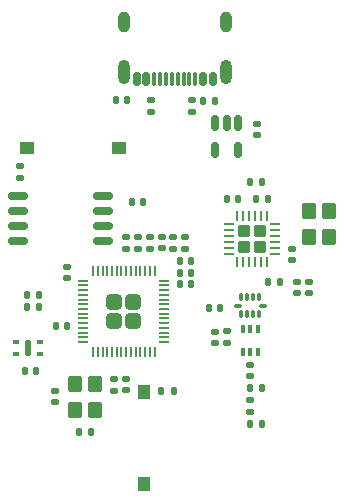
<source format=gbr>
%TF.GenerationSoftware,KiCad,Pcbnew,9.0.5*%
%TF.CreationDate,2025-12-02T20:32:22-06:00*%
%TF.ProjectId,lorapuck,6c6f7261-7075-4636-9b2e-6b696361645f,rev?*%
%TF.SameCoordinates,Original*%
%TF.FileFunction,Paste,Top*%
%TF.FilePolarity,Positive*%
%FSLAX46Y46*%
G04 Gerber Fmt 4.6, Leading zero omitted, Abs format (unit mm)*
G04 Created by KiCad (PCBNEW 9.0.5) date 2025-12-02 20:32:22*
%MOMM*%
%LPD*%
G01*
G04 APERTURE LIST*
G04 Aperture macros list*
%AMRoundRect*
0 Rectangle with rounded corners*
0 $1 Rounding radius*
0 $2 $3 $4 $5 $6 $7 $8 $9 X,Y pos of 4 corners*
0 Add a 4 corners polygon primitive as box body*
4,1,4,$2,$3,$4,$5,$6,$7,$8,$9,$2,$3,0*
0 Add four circle primitives for the rounded corners*
1,1,$1+$1,$2,$3*
1,1,$1+$1,$4,$5*
1,1,$1+$1,$6,$7*
1,1,$1+$1,$8,$9*
0 Add four rect primitives between the rounded corners*
20,1,$1+$1,$2,$3,$4,$5,0*
20,1,$1+$1,$4,$5,$6,$7,0*
20,1,$1+$1,$6,$7,$8,$9,0*
20,1,$1+$1,$8,$9,$2,$3,0*%
G04 Aperture macros list end*
%ADD10RoundRect,0.135000X0.135000X0.185000X-0.135000X0.185000X-0.135000X-0.185000X0.135000X-0.185000X0*%
%ADD11RoundRect,0.140000X-0.170000X0.140000X-0.170000X-0.140000X0.170000X-0.140000X0.170000X0.140000X0*%
%ADD12RoundRect,0.249999X-0.395001X-0.395001X0.395001X-0.395001X0.395001X0.395001X-0.395001X0.395001X0*%
%ADD13RoundRect,0.050000X-0.387500X-0.050000X0.387500X-0.050000X0.387500X0.050000X-0.387500X0.050000X0*%
%ADD14RoundRect,0.050000X-0.050000X-0.387500X0.050000X-0.387500X0.050000X0.387500X-0.050000X0.387500X0*%
%ADD15RoundRect,0.140000X0.140000X0.170000X-0.140000X0.170000X-0.140000X-0.170000X0.140000X-0.170000X0*%
%ADD16R,1.250000X1.000000*%
%ADD17RoundRect,0.140000X-0.140000X-0.170000X0.140000X-0.170000X0.140000X0.170000X-0.140000X0.170000X0*%
%ADD18RoundRect,0.135000X-0.185000X0.135000X-0.185000X-0.135000X0.185000X-0.135000X0.185000X0.135000X0*%
%ADD19RoundRect,0.087500X0.187500X0.087500X-0.187500X0.087500X-0.187500X-0.087500X0.187500X-0.087500X0*%
%ADD20RoundRect,0.125000X0.125000X0.575000X-0.125000X0.575000X-0.125000X-0.575000X0.125000X-0.575000X0*%
%ADD21RoundRect,0.087500X-0.187500X-0.087500X0.187500X-0.087500X0.187500X0.087500X-0.187500X0.087500X0*%
%ADD22RoundRect,0.147500X-0.172500X0.147500X-0.172500X-0.147500X0.172500X-0.147500X0.172500X0.147500X0*%
%ADD23RoundRect,0.100000X-0.100000X0.225000X-0.100000X-0.225000X0.100000X-0.225000X0.100000X0.225000X0*%
%ADD24RoundRect,0.250000X-0.350000X0.450000X-0.350000X-0.450000X0.350000X-0.450000X0.350000X0.450000X0*%
%ADD25RoundRect,0.140000X0.170000X-0.140000X0.170000X0.140000X-0.170000X0.140000X-0.170000X-0.140000X0*%
%ADD26RoundRect,0.150000X-0.150000X0.512500X-0.150000X-0.512500X0.150000X-0.512500X0.150000X0.512500X0*%
%ADD27RoundRect,0.250000X0.350000X-0.450000X0.350000X0.450000X-0.350000X0.450000X-0.350000X-0.450000X0*%
%ADD28RoundRect,0.150000X0.150000X0.425000X-0.150000X0.425000X-0.150000X-0.425000X0.150000X-0.425000X0*%
%ADD29RoundRect,0.075000X0.075000X0.500000X-0.075000X0.500000X-0.075000X-0.500000X0.075000X-0.500000X0*%
%ADD30O,1.000000X2.100000*%
%ADD31O,1.000000X1.800000*%
%ADD32RoundRect,0.135000X0.185000X-0.135000X0.185000X0.135000X-0.185000X0.135000X-0.185000X-0.135000X0*%
%ADD33R,1.000000X1.250000*%
%ADD34RoundRect,0.147500X0.147500X0.172500X-0.147500X0.172500X-0.147500X-0.172500X0.147500X-0.172500X0*%
%ADD35RoundRect,0.162500X-0.650000X-0.162500X0.650000X-0.162500X0.650000X0.162500X-0.650000X0.162500X0*%
%ADD36RoundRect,0.147500X-0.147500X-0.172500X0.147500X-0.172500X0.147500X0.172500X-0.147500X0.172500X0*%
%ADD37RoundRect,0.250000X0.275000X0.275000X-0.275000X0.275000X-0.275000X-0.275000X0.275000X-0.275000X0*%
%ADD38RoundRect,0.062500X0.350000X0.062500X-0.350000X0.062500X-0.350000X-0.062500X0.350000X-0.062500X0*%
%ADD39RoundRect,0.062500X0.062500X0.350000X-0.062500X0.350000X-0.062500X-0.350000X0.062500X-0.350000X0*%
%ADD40RoundRect,0.135000X-0.135000X-0.185000X0.135000X-0.185000X0.135000X0.185000X-0.135000X0.185000X0*%
%ADD41RoundRect,0.075000X-0.075000X0.225000X-0.075000X-0.225000X0.075000X-0.225000X0.075000X0.225000X0*%
%ADD42RoundRect,0.075000X-0.237500X0.075000X-0.237500X-0.075000X0.237500X-0.075000X0.237500X0.075000X0*%
G04 APERTURE END LIST*
D10*
%TO.C,R1*%
X93010000Y-113500000D03*
X91990000Y-113500000D03*
%TD*%
D11*
%TO.C,C23*%
X83000000Y-113530000D03*
X83000000Y-114490000D03*
%TD*%
D12*
%TO.C,U2*%
X88000000Y-105990000D03*
X88000000Y-107590000D03*
X89600000Y-105990000D03*
X89600000Y-107590000D03*
D13*
X85362500Y-104190000D03*
X85362500Y-104590000D03*
X85362500Y-104990000D03*
X85362500Y-105390000D03*
X85362500Y-105790000D03*
X85362500Y-106190000D03*
X85362500Y-106590000D03*
X85362500Y-106990000D03*
X85362500Y-107390000D03*
X85362500Y-107790000D03*
X85362500Y-108190000D03*
X85362500Y-108590000D03*
X85362500Y-108990000D03*
X85362500Y-109390000D03*
D14*
X86200000Y-110227500D03*
X86600000Y-110227500D03*
X87000000Y-110227500D03*
X87400000Y-110227500D03*
X87800000Y-110227500D03*
X88200000Y-110227500D03*
X88600000Y-110227500D03*
X89000000Y-110227500D03*
X89400000Y-110227500D03*
X89800000Y-110227500D03*
X90200000Y-110227500D03*
X90600000Y-110227500D03*
X91000000Y-110227500D03*
X91400000Y-110227500D03*
D13*
X92237500Y-109390000D03*
X92237500Y-108990000D03*
X92237500Y-108590000D03*
X92237500Y-108190000D03*
X92237500Y-107790000D03*
X92237500Y-107390000D03*
X92237500Y-106990000D03*
X92237500Y-106590000D03*
X92237500Y-106190000D03*
X92237500Y-105790000D03*
X92237500Y-105390000D03*
X92237500Y-104990000D03*
X92237500Y-104590000D03*
X92237500Y-104190000D03*
D14*
X91400000Y-103352500D03*
X91000000Y-103352500D03*
X90600000Y-103352500D03*
X90200000Y-103352500D03*
X89800000Y-103352500D03*
X89400000Y-103352500D03*
X89000000Y-103352500D03*
X88600000Y-103352500D03*
X88200000Y-103352500D03*
X87800000Y-103352500D03*
X87400000Y-103352500D03*
X87000000Y-103352500D03*
X86600000Y-103352500D03*
X86200000Y-103352500D03*
%TD*%
D15*
%TO.C,C6*%
X90460000Y-97490000D03*
X89500000Y-97490000D03*
%TD*%
D11*
%TO.C,C1*%
X84000000Y-103040000D03*
X84000000Y-104000000D03*
%TD*%
D16*
%TO.C,SW1*%
X88375000Y-93000000D03*
X80625000Y-93000000D03*
%TD*%
D17*
%TO.C,C26*%
X80440000Y-111800000D03*
X81400000Y-111800000D03*
%TD*%
D18*
%TO.C,R5*%
X97500000Y-108490000D03*
X97500000Y-109510000D03*
%TD*%
D17*
%TO.C,C24*%
X95520000Y-89000000D03*
X96480000Y-89000000D03*
%TD*%
D11*
%TO.C,C19*%
X99500000Y-111320000D03*
X99500000Y-112280000D03*
%TD*%
D19*
%TO.C,U6*%
X81700000Y-110400000D03*
X81700000Y-109400000D03*
D20*
X80675000Y-109900000D03*
D21*
X79650000Y-110400000D03*
X79650000Y-109400000D03*
%TD*%
D15*
%TO.C,C21*%
X100480000Y-116300000D03*
X99520000Y-116300000D03*
%TD*%
D22*
%TO.C,L3*%
X99500000Y-114315000D03*
X99500000Y-115285000D03*
%TD*%
D23*
%TO.C,U4*%
X100150000Y-108300000D03*
X99500000Y-108300000D03*
X98850000Y-108300000D03*
X98850000Y-110200000D03*
X99500000Y-110200000D03*
X100150000Y-110200000D03*
%TD*%
D24*
%TO.C,Y1*%
X104500000Y-98300000D03*
X104500000Y-100500000D03*
X106200000Y-100500000D03*
X106200000Y-98300000D03*
%TD*%
D18*
%TO.C,R8*%
X91110000Y-88885000D03*
X91110000Y-89905000D03*
%TD*%
D25*
%TO.C,C18*%
X96500000Y-109480000D03*
X96500000Y-108520000D03*
%TD*%
D26*
%TO.C,U5*%
X98450000Y-90862500D03*
X97500000Y-90862500D03*
X96550000Y-90862500D03*
X96550000Y-93137500D03*
X98450000Y-93137500D03*
%TD*%
D18*
%TO.C,R7*%
X94610000Y-88885000D03*
X94610000Y-89905000D03*
%TD*%
D17*
%TO.C,C22*%
X85020000Y-117010000D03*
X85980000Y-117010000D03*
%TD*%
D27*
%TO.C,Y2*%
X86350000Y-115100000D03*
X86350000Y-112900000D03*
X84650000Y-112900000D03*
X84650000Y-115100000D03*
%TD*%
D11*
%TO.C,C13*%
X92000000Y-100500000D03*
X92000000Y-101460000D03*
%TD*%
D15*
%TO.C,C9*%
X96980000Y-106500000D03*
X96020000Y-106500000D03*
%TD*%
%TO.C,C15*%
X94480000Y-104500000D03*
X93520000Y-104500000D03*
%TD*%
D28*
%TO.C,J1*%
X96310000Y-87075000D03*
X95510000Y-87075000D03*
D29*
X94360000Y-87075000D03*
X93360000Y-87075000D03*
X92860000Y-87075000D03*
X91860000Y-87075000D03*
D28*
X90710000Y-87075000D03*
X89910000Y-87075000D03*
X89910000Y-87075000D03*
X90710000Y-87075000D03*
D29*
X91360000Y-87075000D03*
X92360000Y-87075000D03*
X93860000Y-87075000D03*
X94860000Y-87075000D03*
D28*
X95510000Y-87075000D03*
X96310000Y-87075000D03*
D30*
X97430000Y-86500000D03*
D31*
X97430000Y-82320000D03*
D30*
X88790000Y-86500000D03*
D31*
X88790000Y-82320000D03*
%TD*%
D32*
%TO.C,R6*%
X88000000Y-113510000D03*
X88000000Y-112490000D03*
%TD*%
D11*
%TO.C,C11*%
X89000000Y-100520000D03*
X89000000Y-101480000D03*
%TD*%
%TO.C,C12*%
X94000000Y-100520000D03*
X94000000Y-101480000D03*
%TD*%
%TO.C,C5*%
X103000000Y-101520000D03*
X103000000Y-102480000D03*
%TD*%
D25*
%TO.C,C25*%
X100110000Y-91875000D03*
X100110000Y-90915000D03*
%TD*%
D33*
%TO.C,SW2*%
X90500000Y-121375000D03*
X90500000Y-113625000D03*
%TD*%
D17*
%TO.C,C4*%
X93520000Y-103500000D03*
X94480000Y-103500000D03*
%TD*%
D10*
%TO.C,R9*%
X81600000Y-105400000D03*
X80580000Y-105400000D03*
%TD*%
D32*
%TO.C,R4*%
X80000000Y-95520000D03*
X80000000Y-94500000D03*
%TD*%
D17*
%TO.C,C2*%
X93520000Y-102500000D03*
X94480000Y-102500000D03*
%TD*%
D34*
%TO.C,L1*%
X101985000Y-104300000D03*
X101015000Y-104300000D03*
%TD*%
D25*
%TO.C,C10*%
X89000000Y-113450000D03*
X89000000Y-112490000D03*
%TD*%
D15*
%TO.C,C20*%
X100480000Y-113300000D03*
X99520000Y-113300000D03*
%TD*%
D17*
%TO.C,C7*%
X97540000Y-97300000D03*
X98500000Y-97300000D03*
%TD*%
D35*
%TO.C,U3*%
X79825000Y-97000000D03*
X79825000Y-98270000D03*
X79825000Y-99540000D03*
X79825000Y-100810000D03*
X87000000Y-100810000D03*
X87000000Y-99540000D03*
X87000000Y-98270000D03*
X87000000Y-97000000D03*
%TD*%
D25*
%TO.C,C17*%
X103500000Y-105260000D03*
X103500000Y-104300000D03*
%TD*%
D36*
%TO.C,15uH1*%
X99515000Y-95800000D03*
X100485000Y-95800000D03*
%TD*%
D32*
%TO.C,R3*%
X91000000Y-101510000D03*
X91000000Y-100490000D03*
%TD*%
D37*
%TO.C,U1*%
X100300000Y-101300000D03*
X100300000Y-100000000D03*
X99000000Y-101300000D03*
X99000000Y-100000000D03*
D38*
X101587500Y-101900000D03*
X101587500Y-101400000D03*
X101587500Y-100900000D03*
X101587500Y-100400000D03*
X101587500Y-99900000D03*
X101587500Y-99400000D03*
D39*
X100900000Y-98712500D03*
X100400000Y-98712500D03*
X99900000Y-98712500D03*
X99400000Y-98712500D03*
X98900000Y-98712500D03*
X98400000Y-98712500D03*
D38*
X97712500Y-99400000D03*
X97712500Y-99900000D03*
X97712500Y-100400000D03*
X97712500Y-100900000D03*
X97712500Y-101400000D03*
X97712500Y-101900000D03*
D39*
X98400000Y-102587500D03*
X98900000Y-102587500D03*
X99400000Y-102587500D03*
X99900000Y-102587500D03*
X100400000Y-102587500D03*
X100900000Y-102587500D03*
%TD*%
D15*
%TO.C,C3*%
X100980000Y-97300000D03*
X100020000Y-97300000D03*
%TD*%
D11*
%TO.C,C14*%
X93000000Y-100520000D03*
X93000000Y-101480000D03*
%TD*%
D36*
%TO.C,FB1*%
X88125000Y-88895000D03*
X89095000Y-88895000D03*
%TD*%
D17*
%TO.C,C8*%
X83020000Y-107990000D03*
X83980000Y-107990000D03*
%TD*%
D32*
%TO.C,R2*%
X90000000Y-101510000D03*
X90000000Y-100490000D03*
%TD*%
D40*
%TO.C,R10*%
X80580000Y-106400000D03*
X81600000Y-106400000D03*
%TD*%
D25*
%TO.C,C16*%
X104470000Y-105260000D03*
X104470000Y-104300000D03*
%TD*%
D41*
%TO.C,FL1*%
X100250000Y-105600000D03*
X99750000Y-105600000D03*
X99250000Y-105600000D03*
X98750000Y-105600000D03*
D42*
X98437500Y-106300000D03*
D41*
X98750000Y-107000000D03*
X99250000Y-107000000D03*
X99750000Y-107000000D03*
X100250000Y-107000000D03*
D42*
X100562500Y-106300000D03*
%TD*%
M02*

</source>
